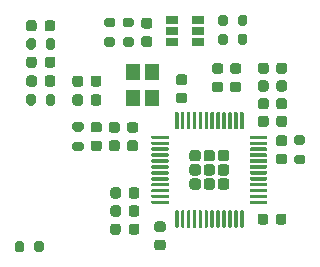
<source format=gtp>
G04 #@! TF.GenerationSoftware,KiCad,Pcbnew,(5.1.8-0-10_14)*
G04 #@! TF.CreationDate,2021-07-18T19:29:47+09:00*
G04 #@! TF.ProjectId,ft2232_jtag_tap,66743232-3332-45f6-9a74-61675f746170,rev?*
G04 #@! TF.SameCoordinates,Original*
G04 #@! TF.FileFunction,Paste,Top*
G04 #@! TF.FilePolarity,Positive*
%FSLAX46Y46*%
G04 Gerber Fmt 4.6, Leading zero omitted, Abs format (unit mm)*
G04 Created by KiCad (PCBNEW (5.1.8-0-10_14)) date 2021-07-18 19:29:47*
%MOMM*%
%LPD*%
G01*
G04 APERTURE LIST*
%ADD10R,1.060000X0.650000*%
%ADD11R,1.200000X1.400000*%
G04 APERTURE END LIST*
G36*
G01*
X63747000Y-103765000D02*
X64297000Y-103765000D01*
G75*
G02*
X64497000Y-103965000I0J-200000D01*
G01*
X64497000Y-104365000D01*
G75*
G02*
X64297000Y-104565000I-200000J0D01*
G01*
X63747000Y-104565000D01*
G75*
G02*
X63547000Y-104365000I0J200000D01*
G01*
X63547000Y-103965000D01*
G75*
G02*
X63747000Y-103765000I200000J0D01*
G01*
G37*
G36*
G01*
X63747000Y-102115000D02*
X64297000Y-102115000D01*
G75*
G02*
X64497000Y-102315000I0J-200000D01*
G01*
X64497000Y-102715000D01*
G75*
G02*
X64297000Y-102915000I-200000J0D01*
G01*
X63747000Y-102915000D01*
G75*
G02*
X63547000Y-102715000I0J200000D01*
G01*
X63547000Y-102315000D01*
G75*
G02*
X63747000Y-102115000I200000J0D01*
G01*
G37*
G36*
G01*
X65327000Y-103765000D02*
X65877000Y-103765000D01*
G75*
G02*
X66077000Y-103965000I0J-200000D01*
G01*
X66077000Y-104365000D01*
G75*
G02*
X65877000Y-104565000I-200000J0D01*
G01*
X65327000Y-104565000D01*
G75*
G02*
X65127000Y-104365000I0J200000D01*
G01*
X65127000Y-103965000D01*
G75*
G02*
X65327000Y-103765000I200000J0D01*
G01*
G37*
G36*
G01*
X65327000Y-102115000D02*
X65877000Y-102115000D01*
G75*
G02*
X66077000Y-102315000I0J-200000D01*
G01*
X66077000Y-102715000D01*
G75*
G02*
X65877000Y-102915000I-200000J0D01*
G01*
X65327000Y-102915000D01*
G75*
G02*
X65127000Y-102715000I0J200000D01*
G01*
X65127000Y-102315000D01*
G75*
G02*
X65327000Y-102115000I200000J0D01*
G01*
G37*
G36*
G01*
X67410000Y-104575000D02*
X66910000Y-104575000D01*
G75*
G02*
X66685000Y-104350000I0J225000D01*
G01*
X66685000Y-103900000D01*
G75*
G02*
X66910000Y-103675000I225000J0D01*
G01*
X67410000Y-103675000D01*
G75*
G02*
X67635000Y-103900000I0J-225000D01*
G01*
X67635000Y-104350000D01*
G75*
G02*
X67410000Y-104575000I-225000J0D01*
G01*
G37*
G36*
G01*
X67410000Y-103025000D02*
X66910000Y-103025000D01*
G75*
G02*
X66685000Y-102800000I0J225000D01*
G01*
X66685000Y-102350000D01*
G75*
G02*
X66910000Y-102125000I225000J0D01*
G01*
X67410000Y-102125000D01*
G75*
G02*
X67635000Y-102350000I0J-225000D01*
G01*
X67635000Y-102800000D01*
G75*
G02*
X67410000Y-103025000I-225000J0D01*
G01*
G37*
G36*
G01*
X57820000Y-102533750D02*
X57820000Y-103046250D01*
G75*
G02*
X57601250Y-103265000I-218750J0D01*
G01*
X57163750Y-103265000D01*
G75*
G02*
X56945000Y-103046250I0J218750D01*
G01*
X56945000Y-102533750D01*
G75*
G02*
X57163750Y-102315000I218750J0D01*
G01*
X57601250Y-102315000D01*
G75*
G02*
X57820000Y-102533750I0J-218750D01*
G01*
G37*
G36*
G01*
X59395000Y-102533750D02*
X59395000Y-103046250D01*
G75*
G02*
X59176250Y-103265000I-218750J0D01*
G01*
X58738750Y-103265000D01*
G75*
G02*
X58520000Y-103046250I0J218750D01*
G01*
X58520000Y-102533750D01*
G75*
G02*
X58738750Y-102315000I218750J0D01*
G01*
X59176250Y-102315000D01*
G75*
G02*
X59395000Y-102533750I0J-218750D01*
G01*
G37*
D10*
X69310000Y-103240000D03*
X69310000Y-104190000D03*
X69310000Y-102290000D03*
X71510000Y-102290000D03*
X71510000Y-103240000D03*
X71510000Y-104190000D03*
D11*
X67570000Y-106720000D03*
X67570000Y-108920000D03*
X65970000Y-108920000D03*
X65970000Y-106720000D03*
G36*
G01*
X73165000Y-116432500D02*
X73165000Y-115947500D01*
G75*
G02*
X73407500Y-115705000I242500J0D01*
G01*
X73892500Y-115705000D01*
G75*
G02*
X74135000Y-115947500I0J-242500D01*
G01*
X74135000Y-116432500D01*
G75*
G02*
X73892500Y-116675000I-242500J0D01*
G01*
X73407500Y-116675000D01*
G75*
G02*
X73165000Y-116432500I0J242500D01*
G01*
G37*
G36*
G01*
X73165000Y-115232500D02*
X73165000Y-114747500D01*
G75*
G02*
X73407500Y-114505000I242500J0D01*
G01*
X73892500Y-114505000D01*
G75*
G02*
X74135000Y-114747500I0J-242500D01*
G01*
X74135000Y-115232500D01*
G75*
G02*
X73892500Y-115475000I-242500J0D01*
G01*
X73407500Y-115475000D01*
G75*
G02*
X73165000Y-115232500I0J242500D01*
G01*
G37*
G36*
G01*
X73165000Y-114032500D02*
X73165000Y-113547500D01*
G75*
G02*
X73407500Y-113305000I242500J0D01*
G01*
X73892500Y-113305000D01*
G75*
G02*
X74135000Y-113547500I0J-242500D01*
G01*
X74135000Y-114032500D01*
G75*
G02*
X73892500Y-114275000I-242500J0D01*
G01*
X73407500Y-114275000D01*
G75*
G02*
X73165000Y-114032500I0J242500D01*
G01*
G37*
G36*
G01*
X71965000Y-116432500D02*
X71965000Y-115947500D01*
G75*
G02*
X72207500Y-115705000I242500J0D01*
G01*
X72692500Y-115705000D01*
G75*
G02*
X72935000Y-115947500I0J-242500D01*
G01*
X72935000Y-116432500D01*
G75*
G02*
X72692500Y-116675000I-242500J0D01*
G01*
X72207500Y-116675000D01*
G75*
G02*
X71965000Y-116432500I0J242500D01*
G01*
G37*
G36*
G01*
X71965000Y-115232500D02*
X71965000Y-114747500D01*
G75*
G02*
X72207500Y-114505000I242500J0D01*
G01*
X72692500Y-114505000D01*
G75*
G02*
X72935000Y-114747500I0J-242500D01*
G01*
X72935000Y-115232500D01*
G75*
G02*
X72692500Y-115475000I-242500J0D01*
G01*
X72207500Y-115475000D01*
G75*
G02*
X71965000Y-115232500I0J242500D01*
G01*
G37*
G36*
G01*
X71965000Y-114032500D02*
X71965000Y-113547500D01*
G75*
G02*
X72207500Y-113305000I242500J0D01*
G01*
X72692500Y-113305000D01*
G75*
G02*
X72935000Y-113547500I0J-242500D01*
G01*
X72935000Y-114032500D01*
G75*
G02*
X72692500Y-114275000I-242500J0D01*
G01*
X72207500Y-114275000D01*
G75*
G02*
X71965000Y-114032500I0J242500D01*
G01*
G37*
G36*
G01*
X70765000Y-116432500D02*
X70765000Y-115947500D01*
G75*
G02*
X71007500Y-115705000I242500J0D01*
G01*
X71492500Y-115705000D01*
G75*
G02*
X71735000Y-115947500I0J-242500D01*
G01*
X71735000Y-116432500D01*
G75*
G02*
X71492500Y-116675000I-242500J0D01*
G01*
X71007500Y-116675000D01*
G75*
G02*
X70765000Y-116432500I0J242500D01*
G01*
G37*
G36*
G01*
X70765000Y-115232500D02*
X70765000Y-114747500D01*
G75*
G02*
X71007500Y-114505000I242500J0D01*
G01*
X71492500Y-114505000D01*
G75*
G02*
X71735000Y-114747500I0J-242500D01*
G01*
X71735000Y-115232500D01*
G75*
G02*
X71492500Y-115475000I-242500J0D01*
G01*
X71007500Y-115475000D01*
G75*
G02*
X70765000Y-115232500I0J242500D01*
G01*
G37*
G36*
G01*
X70765000Y-114032500D02*
X70765000Y-113547500D01*
G75*
G02*
X71007500Y-113305000I242500J0D01*
G01*
X71492500Y-113305000D01*
G75*
G02*
X71735000Y-113547500I0J-242500D01*
G01*
X71735000Y-114032500D01*
G75*
G02*
X71492500Y-114275000I-242500J0D01*
G01*
X71007500Y-114275000D01*
G75*
G02*
X70765000Y-114032500I0J242500D01*
G01*
G37*
G36*
G01*
X69550000Y-111490000D02*
X69550000Y-110165000D01*
G75*
G02*
X69625000Y-110090000I75000J0D01*
G01*
X69775000Y-110090000D01*
G75*
G02*
X69850000Y-110165000I0J-75000D01*
G01*
X69850000Y-111490000D01*
G75*
G02*
X69775000Y-111565000I-75000J0D01*
G01*
X69625000Y-111565000D01*
G75*
G02*
X69550000Y-111490000I0J75000D01*
G01*
G37*
G36*
G01*
X70050000Y-111490000D02*
X70050000Y-110165000D01*
G75*
G02*
X70125000Y-110090000I75000J0D01*
G01*
X70275000Y-110090000D01*
G75*
G02*
X70350000Y-110165000I0J-75000D01*
G01*
X70350000Y-111490000D01*
G75*
G02*
X70275000Y-111565000I-75000J0D01*
G01*
X70125000Y-111565000D01*
G75*
G02*
X70050000Y-111490000I0J75000D01*
G01*
G37*
G36*
G01*
X70550000Y-111490000D02*
X70550000Y-110165000D01*
G75*
G02*
X70625000Y-110090000I75000J0D01*
G01*
X70775000Y-110090000D01*
G75*
G02*
X70850000Y-110165000I0J-75000D01*
G01*
X70850000Y-111490000D01*
G75*
G02*
X70775000Y-111565000I-75000J0D01*
G01*
X70625000Y-111565000D01*
G75*
G02*
X70550000Y-111490000I0J75000D01*
G01*
G37*
G36*
G01*
X71050000Y-111490000D02*
X71050000Y-110165000D01*
G75*
G02*
X71125000Y-110090000I75000J0D01*
G01*
X71275000Y-110090000D01*
G75*
G02*
X71350000Y-110165000I0J-75000D01*
G01*
X71350000Y-111490000D01*
G75*
G02*
X71275000Y-111565000I-75000J0D01*
G01*
X71125000Y-111565000D01*
G75*
G02*
X71050000Y-111490000I0J75000D01*
G01*
G37*
G36*
G01*
X71550000Y-111490000D02*
X71550000Y-110165000D01*
G75*
G02*
X71625000Y-110090000I75000J0D01*
G01*
X71775000Y-110090000D01*
G75*
G02*
X71850000Y-110165000I0J-75000D01*
G01*
X71850000Y-111490000D01*
G75*
G02*
X71775000Y-111565000I-75000J0D01*
G01*
X71625000Y-111565000D01*
G75*
G02*
X71550000Y-111490000I0J75000D01*
G01*
G37*
G36*
G01*
X72050000Y-111490000D02*
X72050000Y-110165000D01*
G75*
G02*
X72125000Y-110090000I75000J0D01*
G01*
X72275000Y-110090000D01*
G75*
G02*
X72350000Y-110165000I0J-75000D01*
G01*
X72350000Y-111490000D01*
G75*
G02*
X72275000Y-111565000I-75000J0D01*
G01*
X72125000Y-111565000D01*
G75*
G02*
X72050000Y-111490000I0J75000D01*
G01*
G37*
G36*
G01*
X72550000Y-111490000D02*
X72550000Y-110165000D01*
G75*
G02*
X72625000Y-110090000I75000J0D01*
G01*
X72775000Y-110090000D01*
G75*
G02*
X72850000Y-110165000I0J-75000D01*
G01*
X72850000Y-111490000D01*
G75*
G02*
X72775000Y-111565000I-75000J0D01*
G01*
X72625000Y-111565000D01*
G75*
G02*
X72550000Y-111490000I0J75000D01*
G01*
G37*
G36*
G01*
X73050000Y-111490000D02*
X73050000Y-110165000D01*
G75*
G02*
X73125000Y-110090000I75000J0D01*
G01*
X73275000Y-110090000D01*
G75*
G02*
X73350000Y-110165000I0J-75000D01*
G01*
X73350000Y-111490000D01*
G75*
G02*
X73275000Y-111565000I-75000J0D01*
G01*
X73125000Y-111565000D01*
G75*
G02*
X73050000Y-111490000I0J75000D01*
G01*
G37*
G36*
G01*
X73550000Y-111490000D02*
X73550000Y-110165000D01*
G75*
G02*
X73625000Y-110090000I75000J0D01*
G01*
X73775000Y-110090000D01*
G75*
G02*
X73850000Y-110165000I0J-75000D01*
G01*
X73850000Y-111490000D01*
G75*
G02*
X73775000Y-111565000I-75000J0D01*
G01*
X73625000Y-111565000D01*
G75*
G02*
X73550000Y-111490000I0J75000D01*
G01*
G37*
G36*
G01*
X74050000Y-111490000D02*
X74050000Y-110165000D01*
G75*
G02*
X74125000Y-110090000I75000J0D01*
G01*
X74275000Y-110090000D01*
G75*
G02*
X74350000Y-110165000I0J-75000D01*
G01*
X74350000Y-111490000D01*
G75*
G02*
X74275000Y-111565000I-75000J0D01*
G01*
X74125000Y-111565000D01*
G75*
G02*
X74050000Y-111490000I0J75000D01*
G01*
G37*
G36*
G01*
X74550000Y-111490000D02*
X74550000Y-110165000D01*
G75*
G02*
X74625000Y-110090000I75000J0D01*
G01*
X74775000Y-110090000D01*
G75*
G02*
X74850000Y-110165000I0J-75000D01*
G01*
X74850000Y-111490000D01*
G75*
G02*
X74775000Y-111565000I-75000J0D01*
G01*
X74625000Y-111565000D01*
G75*
G02*
X74550000Y-111490000I0J75000D01*
G01*
G37*
G36*
G01*
X75050000Y-111490000D02*
X75050000Y-110165000D01*
G75*
G02*
X75125000Y-110090000I75000J0D01*
G01*
X75275000Y-110090000D01*
G75*
G02*
X75350000Y-110165000I0J-75000D01*
G01*
X75350000Y-111490000D01*
G75*
G02*
X75275000Y-111565000I-75000J0D01*
G01*
X75125000Y-111565000D01*
G75*
G02*
X75050000Y-111490000I0J75000D01*
G01*
G37*
G36*
G01*
X75875000Y-112315000D02*
X75875000Y-112165000D01*
G75*
G02*
X75950000Y-112090000I75000J0D01*
G01*
X77275000Y-112090000D01*
G75*
G02*
X77350000Y-112165000I0J-75000D01*
G01*
X77350000Y-112315000D01*
G75*
G02*
X77275000Y-112390000I-75000J0D01*
G01*
X75950000Y-112390000D01*
G75*
G02*
X75875000Y-112315000I0J75000D01*
G01*
G37*
G36*
G01*
X75875000Y-112815000D02*
X75875000Y-112665000D01*
G75*
G02*
X75950000Y-112590000I75000J0D01*
G01*
X77275000Y-112590000D01*
G75*
G02*
X77350000Y-112665000I0J-75000D01*
G01*
X77350000Y-112815000D01*
G75*
G02*
X77275000Y-112890000I-75000J0D01*
G01*
X75950000Y-112890000D01*
G75*
G02*
X75875000Y-112815000I0J75000D01*
G01*
G37*
G36*
G01*
X75875000Y-113315000D02*
X75875000Y-113165000D01*
G75*
G02*
X75950000Y-113090000I75000J0D01*
G01*
X77275000Y-113090000D01*
G75*
G02*
X77350000Y-113165000I0J-75000D01*
G01*
X77350000Y-113315000D01*
G75*
G02*
X77275000Y-113390000I-75000J0D01*
G01*
X75950000Y-113390000D01*
G75*
G02*
X75875000Y-113315000I0J75000D01*
G01*
G37*
G36*
G01*
X75875000Y-113815000D02*
X75875000Y-113665000D01*
G75*
G02*
X75950000Y-113590000I75000J0D01*
G01*
X77275000Y-113590000D01*
G75*
G02*
X77350000Y-113665000I0J-75000D01*
G01*
X77350000Y-113815000D01*
G75*
G02*
X77275000Y-113890000I-75000J0D01*
G01*
X75950000Y-113890000D01*
G75*
G02*
X75875000Y-113815000I0J75000D01*
G01*
G37*
G36*
G01*
X75875000Y-114315000D02*
X75875000Y-114165000D01*
G75*
G02*
X75950000Y-114090000I75000J0D01*
G01*
X77275000Y-114090000D01*
G75*
G02*
X77350000Y-114165000I0J-75000D01*
G01*
X77350000Y-114315000D01*
G75*
G02*
X77275000Y-114390000I-75000J0D01*
G01*
X75950000Y-114390000D01*
G75*
G02*
X75875000Y-114315000I0J75000D01*
G01*
G37*
G36*
G01*
X75875000Y-114815000D02*
X75875000Y-114665000D01*
G75*
G02*
X75950000Y-114590000I75000J0D01*
G01*
X77275000Y-114590000D01*
G75*
G02*
X77350000Y-114665000I0J-75000D01*
G01*
X77350000Y-114815000D01*
G75*
G02*
X77275000Y-114890000I-75000J0D01*
G01*
X75950000Y-114890000D01*
G75*
G02*
X75875000Y-114815000I0J75000D01*
G01*
G37*
G36*
G01*
X75875000Y-115315000D02*
X75875000Y-115165000D01*
G75*
G02*
X75950000Y-115090000I75000J0D01*
G01*
X77275000Y-115090000D01*
G75*
G02*
X77350000Y-115165000I0J-75000D01*
G01*
X77350000Y-115315000D01*
G75*
G02*
X77275000Y-115390000I-75000J0D01*
G01*
X75950000Y-115390000D01*
G75*
G02*
X75875000Y-115315000I0J75000D01*
G01*
G37*
G36*
G01*
X75875000Y-115815000D02*
X75875000Y-115665000D01*
G75*
G02*
X75950000Y-115590000I75000J0D01*
G01*
X77275000Y-115590000D01*
G75*
G02*
X77350000Y-115665000I0J-75000D01*
G01*
X77350000Y-115815000D01*
G75*
G02*
X77275000Y-115890000I-75000J0D01*
G01*
X75950000Y-115890000D01*
G75*
G02*
X75875000Y-115815000I0J75000D01*
G01*
G37*
G36*
G01*
X75875000Y-116315000D02*
X75875000Y-116165000D01*
G75*
G02*
X75950000Y-116090000I75000J0D01*
G01*
X77275000Y-116090000D01*
G75*
G02*
X77350000Y-116165000I0J-75000D01*
G01*
X77350000Y-116315000D01*
G75*
G02*
X77275000Y-116390000I-75000J0D01*
G01*
X75950000Y-116390000D01*
G75*
G02*
X75875000Y-116315000I0J75000D01*
G01*
G37*
G36*
G01*
X75875000Y-116815000D02*
X75875000Y-116665000D01*
G75*
G02*
X75950000Y-116590000I75000J0D01*
G01*
X77275000Y-116590000D01*
G75*
G02*
X77350000Y-116665000I0J-75000D01*
G01*
X77350000Y-116815000D01*
G75*
G02*
X77275000Y-116890000I-75000J0D01*
G01*
X75950000Y-116890000D01*
G75*
G02*
X75875000Y-116815000I0J75000D01*
G01*
G37*
G36*
G01*
X75875000Y-117315000D02*
X75875000Y-117165000D01*
G75*
G02*
X75950000Y-117090000I75000J0D01*
G01*
X77275000Y-117090000D01*
G75*
G02*
X77350000Y-117165000I0J-75000D01*
G01*
X77350000Y-117315000D01*
G75*
G02*
X77275000Y-117390000I-75000J0D01*
G01*
X75950000Y-117390000D01*
G75*
G02*
X75875000Y-117315000I0J75000D01*
G01*
G37*
G36*
G01*
X75875000Y-117815000D02*
X75875000Y-117665000D01*
G75*
G02*
X75950000Y-117590000I75000J0D01*
G01*
X77275000Y-117590000D01*
G75*
G02*
X77350000Y-117665000I0J-75000D01*
G01*
X77350000Y-117815000D01*
G75*
G02*
X77275000Y-117890000I-75000J0D01*
G01*
X75950000Y-117890000D01*
G75*
G02*
X75875000Y-117815000I0J75000D01*
G01*
G37*
G36*
G01*
X75050000Y-119815000D02*
X75050000Y-118490000D01*
G75*
G02*
X75125000Y-118415000I75000J0D01*
G01*
X75275000Y-118415000D01*
G75*
G02*
X75350000Y-118490000I0J-75000D01*
G01*
X75350000Y-119815000D01*
G75*
G02*
X75275000Y-119890000I-75000J0D01*
G01*
X75125000Y-119890000D01*
G75*
G02*
X75050000Y-119815000I0J75000D01*
G01*
G37*
G36*
G01*
X74550000Y-119815000D02*
X74550000Y-118490000D01*
G75*
G02*
X74625000Y-118415000I75000J0D01*
G01*
X74775000Y-118415000D01*
G75*
G02*
X74850000Y-118490000I0J-75000D01*
G01*
X74850000Y-119815000D01*
G75*
G02*
X74775000Y-119890000I-75000J0D01*
G01*
X74625000Y-119890000D01*
G75*
G02*
X74550000Y-119815000I0J75000D01*
G01*
G37*
G36*
G01*
X74050000Y-119815000D02*
X74050000Y-118490000D01*
G75*
G02*
X74125000Y-118415000I75000J0D01*
G01*
X74275000Y-118415000D01*
G75*
G02*
X74350000Y-118490000I0J-75000D01*
G01*
X74350000Y-119815000D01*
G75*
G02*
X74275000Y-119890000I-75000J0D01*
G01*
X74125000Y-119890000D01*
G75*
G02*
X74050000Y-119815000I0J75000D01*
G01*
G37*
G36*
G01*
X73550000Y-119815000D02*
X73550000Y-118490000D01*
G75*
G02*
X73625000Y-118415000I75000J0D01*
G01*
X73775000Y-118415000D01*
G75*
G02*
X73850000Y-118490000I0J-75000D01*
G01*
X73850000Y-119815000D01*
G75*
G02*
X73775000Y-119890000I-75000J0D01*
G01*
X73625000Y-119890000D01*
G75*
G02*
X73550000Y-119815000I0J75000D01*
G01*
G37*
G36*
G01*
X73050000Y-119815000D02*
X73050000Y-118490000D01*
G75*
G02*
X73125000Y-118415000I75000J0D01*
G01*
X73275000Y-118415000D01*
G75*
G02*
X73350000Y-118490000I0J-75000D01*
G01*
X73350000Y-119815000D01*
G75*
G02*
X73275000Y-119890000I-75000J0D01*
G01*
X73125000Y-119890000D01*
G75*
G02*
X73050000Y-119815000I0J75000D01*
G01*
G37*
G36*
G01*
X72550000Y-119815000D02*
X72550000Y-118490000D01*
G75*
G02*
X72625000Y-118415000I75000J0D01*
G01*
X72775000Y-118415000D01*
G75*
G02*
X72850000Y-118490000I0J-75000D01*
G01*
X72850000Y-119815000D01*
G75*
G02*
X72775000Y-119890000I-75000J0D01*
G01*
X72625000Y-119890000D01*
G75*
G02*
X72550000Y-119815000I0J75000D01*
G01*
G37*
G36*
G01*
X72050000Y-119815000D02*
X72050000Y-118490000D01*
G75*
G02*
X72125000Y-118415000I75000J0D01*
G01*
X72275000Y-118415000D01*
G75*
G02*
X72350000Y-118490000I0J-75000D01*
G01*
X72350000Y-119815000D01*
G75*
G02*
X72275000Y-119890000I-75000J0D01*
G01*
X72125000Y-119890000D01*
G75*
G02*
X72050000Y-119815000I0J75000D01*
G01*
G37*
G36*
G01*
X71550000Y-119815000D02*
X71550000Y-118490000D01*
G75*
G02*
X71625000Y-118415000I75000J0D01*
G01*
X71775000Y-118415000D01*
G75*
G02*
X71850000Y-118490000I0J-75000D01*
G01*
X71850000Y-119815000D01*
G75*
G02*
X71775000Y-119890000I-75000J0D01*
G01*
X71625000Y-119890000D01*
G75*
G02*
X71550000Y-119815000I0J75000D01*
G01*
G37*
G36*
G01*
X71050000Y-119815000D02*
X71050000Y-118490000D01*
G75*
G02*
X71125000Y-118415000I75000J0D01*
G01*
X71275000Y-118415000D01*
G75*
G02*
X71350000Y-118490000I0J-75000D01*
G01*
X71350000Y-119815000D01*
G75*
G02*
X71275000Y-119890000I-75000J0D01*
G01*
X71125000Y-119890000D01*
G75*
G02*
X71050000Y-119815000I0J75000D01*
G01*
G37*
G36*
G01*
X70550000Y-119815000D02*
X70550000Y-118490000D01*
G75*
G02*
X70625000Y-118415000I75000J0D01*
G01*
X70775000Y-118415000D01*
G75*
G02*
X70850000Y-118490000I0J-75000D01*
G01*
X70850000Y-119815000D01*
G75*
G02*
X70775000Y-119890000I-75000J0D01*
G01*
X70625000Y-119890000D01*
G75*
G02*
X70550000Y-119815000I0J75000D01*
G01*
G37*
G36*
G01*
X70050000Y-119815000D02*
X70050000Y-118490000D01*
G75*
G02*
X70125000Y-118415000I75000J0D01*
G01*
X70275000Y-118415000D01*
G75*
G02*
X70350000Y-118490000I0J-75000D01*
G01*
X70350000Y-119815000D01*
G75*
G02*
X70275000Y-119890000I-75000J0D01*
G01*
X70125000Y-119890000D01*
G75*
G02*
X70050000Y-119815000I0J75000D01*
G01*
G37*
G36*
G01*
X69550000Y-119815000D02*
X69550000Y-118490000D01*
G75*
G02*
X69625000Y-118415000I75000J0D01*
G01*
X69775000Y-118415000D01*
G75*
G02*
X69850000Y-118490000I0J-75000D01*
G01*
X69850000Y-119815000D01*
G75*
G02*
X69775000Y-119890000I-75000J0D01*
G01*
X69625000Y-119890000D01*
G75*
G02*
X69550000Y-119815000I0J75000D01*
G01*
G37*
G36*
G01*
X67550000Y-117815000D02*
X67550000Y-117665000D01*
G75*
G02*
X67625000Y-117590000I75000J0D01*
G01*
X68950000Y-117590000D01*
G75*
G02*
X69025000Y-117665000I0J-75000D01*
G01*
X69025000Y-117815000D01*
G75*
G02*
X68950000Y-117890000I-75000J0D01*
G01*
X67625000Y-117890000D01*
G75*
G02*
X67550000Y-117815000I0J75000D01*
G01*
G37*
G36*
G01*
X67550000Y-117315000D02*
X67550000Y-117165000D01*
G75*
G02*
X67625000Y-117090000I75000J0D01*
G01*
X68950000Y-117090000D01*
G75*
G02*
X69025000Y-117165000I0J-75000D01*
G01*
X69025000Y-117315000D01*
G75*
G02*
X68950000Y-117390000I-75000J0D01*
G01*
X67625000Y-117390000D01*
G75*
G02*
X67550000Y-117315000I0J75000D01*
G01*
G37*
G36*
G01*
X67550000Y-116815000D02*
X67550000Y-116665000D01*
G75*
G02*
X67625000Y-116590000I75000J0D01*
G01*
X68950000Y-116590000D01*
G75*
G02*
X69025000Y-116665000I0J-75000D01*
G01*
X69025000Y-116815000D01*
G75*
G02*
X68950000Y-116890000I-75000J0D01*
G01*
X67625000Y-116890000D01*
G75*
G02*
X67550000Y-116815000I0J75000D01*
G01*
G37*
G36*
G01*
X67550000Y-116315000D02*
X67550000Y-116165000D01*
G75*
G02*
X67625000Y-116090000I75000J0D01*
G01*
X68950000Y-116090000D01*
G75*
G02*
X69025000Y-116165000I0J-75000D01*
G01*
X69025000Y-116315000D01*
G75*
G02*
X68950000Y-116390000I-75000J0D01*
G01*
X67625000Y-116390000D01*
G75*
G02*
X67550000Y-116315000I0J75000D01*
G01*
G37*
G36*
G01*
X67550000Y-115815000D02*
X67550000Y-115665000D01*
G75*
G02*
X67625000Y-115590000I75000J0D01*
G01*
X68950000Y-115590000D01*
G75*
G02*
X69025000Y-115665000I0J-75000D01*
G01*
X69025000Y-115815000D01*
G75*
G02*
X68950000Y-115890000I-75000J0D01*
G01*
X67625000Y-115890000D01*
G75*
G02*
X67550000Y-115815000I0J75000D01*
G01*
G37*
G36*
G01*
X67550000Y-115315000D02*
X67550000Y-115165000D01*
G75*
G02*
X67625000Y-115090000I75000J0D01*
G01*
X68950000Y-115090000D01*
G75*
G02*
X69025000Y-115165000I0J-75000D01*
G01*
X69025000Y-115315000D01*
G75*
G02*
X68950000Y-115390000I-75000J0D01*
G01*
X67625000Y-115390000D01*
G75*
G02*
X67550000Y-115315000I0J75000D01*
G01*
G37*
G36*
G01*
X67550000Y-114815000D02*
X67550000Y-114665000D01*
G75*
G02*
X67625000Y-114590000I75000J0D01*
G01*
X68950000Y-114590000D01*
G75*
G02*
X69025000Y-114665000I0J-75000D01*
G01*
X69025000Y-114815000D01*
G75*
G02*
X68950000Y-114890000I-75000J0D01*
G01*
X67625000Y-114890000D01*
G75*
G02*
X67550000Y-114815000I0J75000D01*
G01*
G37*
G36*
G01*
X67550000Y-114315000D02*
X67550000Y-114165000D01*
G75*
G02*
X67625000Y-114090000I75000J0D01*
G01*
X68950000Y-114090000D01*
G75*
G02*
X69025000Y-114165000I0J-75000D01*
G01*
X69025000Y-114315000D01*
G75*
G02*
X68950000Y-114390000I-75000J0D01*
G01*
X67625000Y-114390000D01*
G75*
G02*
X67550000Y-114315000I0J75000D01*
G01*
G37*
G36*
G01*
X67550000Y-113815000D02*
X67550000Y-113665000D01*
G75*
G02*
X67625000Y-113590000I75000J0D01*
G01*
X68950000Y-113590000D01*
G75*
G02*
X69025000Y-113665000I0J-75000D01*
G01*
X69025000Y-113815000D01*
G75*
G02*
X68950000Y-113890000I-75000J0D01*
G01*
X67625000Y-113890000D01*
G75*
G02*
X67550000Y-113815000I0J75000D01*
G01*
G37*
G36*
G01*
X67550000Y-113315000D02*
X67550000Y-113165000D01*
G75*
G02*
X67625000Y-113090000I75000J0D01*
G01*
X68950000Y-113090000D01*
G75*
G02*
X69025000Y-113165000I0J-75000D01*
G01*
X69025000Y-113315000D01*
G75*
G02*
X68950000Y-113390000I-75000J0D01*
G01*
X67625000Y-113390000D01*
G75*
G02*
X67550000Y-113315000I0J75000D01*
G01*
G37*
G36*
G01*
X67550000Y-112815000D02*
X67550000Y-112665000D01*
G75*
G02*
X67625000Y-112590000I75000J0D01*
G01*
X68950000Y-112590000D01*
G75*
G02*
X69025000Y-112665000I0J-75000D01*
G01*
X69025000Y-112815000D01*
G75*
G02*
X68950000Y-112890000I-75000J0D01*
G01*
X67625000Y-112890000D01*
G75*
G02*
X67550000Y-112815000I0J75000D01*
G01*
G37*
G36*
G01*
X67550000Y-112315000D02*
X67550000Y-112165000D01*
G75*
G02*
X67625000Y-112090000I75000J0D01*
G01*
X68950000Y-112090000D01*
G75*
G02*
X69025000Y-112165000I0J-75000D01*
G01*
X69025000Y-112315000D01*
G75*
G02*
X68950000Y-112390000I-75000J0D01*
G01*
X67625000Y-112390000D01*
G75*
G02*
X67550000Y-112315000I0J75000D01*
G01*
G37*
G36*
G01*
X58605000Y-104605000D02*
X58605000Y-104055000D01*
G75*
G02*
X58805000Y-103855000I200000J0D01*
G01*
X59205000Y-103855000D01*
G75*
G02*
X59405000Y-104055000I0J-200000D01*
G01*
X59405000Y-104605000D01*
G75*
G02*
X59205000Y-104805000I-200000J0D01*
G01*
X58805000Y-104805000D01*
G75*
G02*
X58605000Y-104605000I0J200000D01*
G01*
G37*
G36*
G01*
X56955000Y-104605000D02*
X56955000Y-104055000D01*
G75*
G02*
X57155000Y-103855000I200000J0D01*
G01*
X57555000Y-103855000D01*
G75*
G02*
X57755000Y-104055000I0J-200000D01*
G01*
X57755000Y-104605000D01*
G75*
G02*
X57555000Y-104805000I-200000J0D01*
G01*
X57155000Y-104805000D01*
G75*
G02*
X56955000Y-104605000I0J200000D01*
G01*
G37*
G36*
G01*
X61065000Y-112595000D02*
X61615000Y-112595000D01*
G75*
G02*
X61815000Y-112795000I0J-200000D01*
G01*
X61815000Y-113195000D01*
G75*
G02*
X61615000Y-113395000I-200000J0D01*
G01*
X61065000Y-113395000D01*
G75*
G02*
X60865000Y-113195000I0J200000D01*
G01*
X60865000Y-112795000D01*
G75*
G02*
X61065000Y-112595000I200000J0D01*
G01*
G37*
G36*
G01*
X61065000Y-110945000D02*
X61615000Y-110945000D01*
G75*
G02*
X61815000Y-111145000I0J-200000D01*
G01*
X61815000Y-111545000D01*
G75*
G02*
X61615000Y-111745000I-200000J0D01*
G01*
X61065000Y-111745000D01*
G75*
G02*
X60865000Y-111545000I0J200000D01*
G01*
X60865000Y-111145000D01*
G75*
G02*
X61065000Y-110945000I200000J0D01*
G01*
G37*
G36*
G01*
X80385000Y-112875000D02*
X79835000Y-112875000D01*
G75*
G02*
X79635000Y-112675000I0J200000D01*
G01*
X79635000Y-112275000D01*
G75*
G02*
X79835000Y-112075000I200000J0D01*
G01*
X80385000Y-112075000D01*
G75*
G02*
X80585000Y-112275000I0J-200000D01*
G01*
X80585000Y-112675000D01*
G75*
G02*
X80385000Y-112875000I-200000J0D01*
G01*
G37*
G36*
G01*
X80385000Y-114525000D02*
X79835000Y-114525000D01*
G75*
G02*
X79635000Y-114325000I0J200000D01*
G01*
X79635000Y-113925000D01*
G75*
G02*
X79835000Y-113725000I200000J0D01*
G01*
X80385000Y-113725000D01*
G75*
G02*
X80585000Y-113925000I0J-200000D01*
G01*
X80585000Y-114325000D01*
G75*
G02*
X80385000Y-114525000I-200000J0D01*
G01*
G37*
G36*
G01*
X74025000Y-102055000D02*
X74025000Y-102605000D01*
G75*
G02*
X73825000Y-102805000I-200000J0D01*
G01*
X73425000Y-102805000D01*
G75*
G02*
X73225000Y-102605000I0J200000D01*
G01*
X73225000Y-102055000D01*
G75*
G02*
X73425000Y-101855000I200000J0D01*
G01*
X73825000Y-101855000D01*
G75*
G02*
X74025000Y-102055000I0J-200000D01*
G01*
G37*
G36*
G01*
X75675000Y-102055000D02*
X75675000Y-102605000D01*
G75*
G02*
X75475000Y-102805000I-200000J0D01*
G01*
X75075000Y-102805000D01*
G75*
G02*
X74875000Y-102605000I0J200000D01*
G01*
X74875000Y-102055000D01*
G75*
G02*
X75075000Y-101855000I200000J0D01*
G01*
X75475000Y-101855000D01*
G75*
G02*
X75675000Y-102055000I0J-200000D01*
G01*
G37*
G36*
G01*
X74875000Y-104205000D02*
X74875000Y-103655000D01*
G75*
G02*
X75075000Y-103455000I200000J0D01*
G01*
X75475000Y-103455000D01*
G75*
G02*
X75675000Y-103655000I0J-200000D01*
G01*
X75675000Y-104205000D01*
G75*
G02*
X75475000Y-104405000I-200000J0D01*
G01*
X75075000Y-104405000D01*
G75*
G02*
X74875000Y-104205000I0J200000D01*
G01*
G37*
G36*
G01*
X73225000Y-104205000D02*
X73225000Y-103655000D01*
G75*
G02*
X73425000Y-103455000I200000J0D01*
G01*
X73825000Y-103455000D01*
G75*
G02*
X74025000Y-103655000I0J-200000D01*
G01*
X74025000Y-104205000D01*
G75*
G02*
X73825000Y-104405000I-200000J0D01*
G01*
X73425000Y-104405000D01*
G75*
G02*
X73225000Y-104205000I0J200000D01*
G01*
G37*
G36*
G01*
X56775000Y-121225000D02*
X56775000Y-121775000D01*
G75*
G02*
X56575000Y-121975000I-200000J0D01*
G01*
X56175000Y-121975000D01*
G75*
G02*
X55975000Y-121775000I0J200000D01*
G01*
X55975000Y-121225000D01*
G75*
G02*
X56175000Y-121025000I200000J0D01*
G01*
X56575000Y-121025000D01*
G75*
G02*
X56775000Y-121225000I0J-200000D01*
G01*
G37*
G36*
G01*
X58425000Y-121225000D02*
X58425000Y-121775000D01*
G75*
G02*
X58225000Y-121975000I-200000J0D01*
G01*
X57825000Y-121975000D01*
G75*
G02*
X57625000Y-121775000I0J200000D01*
G01*
X57625000Y-121225000D01*
G75*
G02*
X57825000Y-121025000I200000J0D01*
G01*
X58225000Y-121025000D01*
G75*
G02*
X58425000Y-121225000I0J-200000D01*
G01*
G37*
G36*
G01*
X57755000Y-108795000D02*
X57755000Y-109345000D01*
G75*
G02*
X57555000Y-109545000I-200000J0D01*
G01*
X57155000Y-109545000D01*
G75*
G02*
X56955000Y-109345000I0J200000D01*
G01*
X56955000Y-108795000D01*
G75*
G02*
X57155000Y-108595000I200000J0D01*
G01*
X57555000Y-108595000D01*
G75*
G02*
X57755000Y-108795000I0J-200000D01*
G01*
G37*
G36*
G01*
X59405000Y-108795000D02*
X59405000Y-109345000D01*
G75*
G02*
X59205000Y-109545000I-200000J0D01*
G01*
X58805000Y-109545000D01*
G75*
G02*
X58605000Y-109345000I0J200000D01*
G01*
X58605000Y-108795000D01*
G75*
G02*
X58805000Y-108595000I200000J0D01*
G01*
X59205000Y-108595000D01*
G75*
G02*
X59405000Y-108795000I0J-200000D01*
G01*
G37*
G36*
G01*
X64940000Y-119753750D02*
X64940000Y-120266250D01*
G75*
G02*
X64721250Y-120485000I-218750J0D01*
G01*
X64283750Y-120485000D01*
G75*
G02*
X64065000Y-120266250I0J218750D01*
G01*
X64065000Y-119753750D01*
G75*
G02*
X64283750Y-119535000I218750J0D01*
G01*
X64721250Y-119535000D01*
G75*
G02*
X64940000Y-119753750I0J-218750D01*
G01*
G37*
G36*
G01*
X66515000Y-119753750D02*
X66515000Y-120266250D01*
G75*
G02*
X66296250Y-120485000I-218750J0D01*
G01*
X65858750Y-120485000D01*
G75*
G02*
X65640000Y-120266250I0J218750D01*
G01*
X65640000Y-119753750D01*
G75*
G02*
X65858750Y-119535000I218750J0D01*
G01*
X66296250Y-119535000D01*
G75*
G02*
X66515000Y-119753750I0J-218750D01*
G01*
G37*
G36*
G01*
X63136250Y-111820000D02*
X62623750Y-111820000D01*
G75*
G02*
X62405000Y-111601250I0J218750D01*
G01*
X62405000Y-111163750D01*
G75*
G02*
X62623750Y-110945000I218750J0D01*
G01*
X63136250Y-110945000D01*
G75*
G02*
X63355000Y-111163750I0J-218750D01*
G01*
X63355000Y-111601250D01*
G75*
G02*
X63136250Y-111820000I-218750J0D01*
G01*
G37*
G36*
G01*
X63136250Y-113395000D02*
X62623750Y-113395000D01*
G75*
G02*
X62405000Y-113176250I0J218750D01*
G01*
X62405000Y-112738750D01*
G75*
G02*
X62623750Y-112520000I218750J0D01*
G01*
X63136250Y-112520000D01*
G75*
G02*
X63355000Y-112738750I0J-218750D01*
G01*
X63355000Y-113176250D01*
G75*
G02*
X63136250Y-113395000I-218750J0D01*
G01*
G37*
G36*
G01*
X57830000Y-105613750D02*
X57830000Y-106126250D01*
G75*
G02*
X57611250Y-106345000I-218750J0D01*
G01*
X57173750Y-106345000D01*
G75*
G02*
X56955000Y-106126250I0J218750D01*
G01*
X56955000Y-105613750D01*
G75*
G02*
X57173750Y-105395000I218750J0D01*
G01*
X57611250Y-105395000D01*
G75*
G02*
X57830000Y-105613750I0J-218750D01*
G01*
G37*
G36*
G01*
X59405000Y-105613750D02*
X59405000Y-106126250D01*
G75*
G02*
X59186250Y-106345000I-218750J0D01*
G01*
X58748750Y-106345000D01*
G75*
G02*
X58530000Y-106126250I0J218750D01*
G01*
X58530000Y-105613750D01*
G75*
G02*
X58748750Y-105395000I218750J0D01*
G01*
X59186250Y-105395000D01*
G75*
G02*
X59405000Y-105613750I0J-218750D01*
G01*
G37*
G36*
G01*
X64975000Y-116690000D02*
X64975000Y-117190000D01*
G75*
G02*
X64750000Y-117415000I-225000J0D01*
G01*
X64300000Y-117415000D01*
G75*
G02*
X64075000Y-117190000I0J225000D01*
G01*
X64075000Y-116690000D01*
G75*
G02*
X64300000Y-116465000I225000J0D01*
G01*
X64750000Y-116465000D01*
G75*
G02*
X64975000Y-116690000I0J-225000D01*
G01*
G37*
G36*
G01*
X66525000Y-116690000D02*
X66525000Y-117190000D01*
G75*
G02*
X66300000Y-117415000I-225000J0D01*
G01*
X65850000Y-117415000D01*
G75*
G02*
X65625000Y-117190000I0J225000D01*
G01*
X65625000Y-116690000D01*
G75*
G02*
X65850000Y-116465000I225000J0D01*
G01*
X66300000Y-116465000D01*
G75*
G02*
X66525000Y-116690000I0J-225000D01*
G01*
G37*
G36*
G01*
X64975000Y-118220000D02*
X64975000Y-118720000D01*
G75*
G02*
X64750000Y-118945000I-225000J0D01*
G01*
X64300000Y-118945000D01*
G75*
G02*
X64075000Y-118720000I0J225000D01*
G01*
X64075000Y-118220000D01*
G75*
G02*
X64300000Y-117995000I225000J0D01*
G01*
X64750000Y-117995000D01*
G75*
G02*
X64975000Y-118220000I0J-225000D01*
G01*
G37*
G36*
G01*
X66525000Y-118220000D02*
X66525000Y-118720000D01*
G75*
G02*
X66300000Y-118945000I-225000J0D01*
G01*
X65850000Y-118945000D01*
G75*
G02*
X65625000Y-118720000I0J225000D01*
G01*
X65625000Y-118220000D01*
G75*
G02*
X65850000Y-117995000I225000J0D01*
G01*
X66300000Y-117995000D01*
G75*
G02*
X66525000Y-118220000I0J-225000D01*
G01*
G37*
G36*
G01*
X78123000Y-111136000D02*
X78123000Y-110636000D01*
G75*
G02*
X78348000Y-110411000I225000J0D01*
G01*
X78798000Y-110411000D01*
G75*
G02*
X79023000Y-110636000I0J-225000D01*
G01*
X79023000Y-111136000D01*
G75*
G02*
X78798000Y-111361000I-225000J0D01*
G01*
X78348000Y-111361000D01*
G75*
G02*
X78123000Y-111136000I0J225000D01*
G01*
G37*
G36*
G01*
X76573000Y-111136000D02*
X76573000Y-110636000D01*
G75*
G02*
X76798000Y-110411000I225000J0D01*
G01*
X77248000Y-110411000D01*
G75*
G02*
X77473000Y-110636000I0J-225000D01*
G01*
X77473000Y-111136000D01*
G75*
G02*
X77248000Y-111361000I-225000J0D01*
G01*
X76798000Y-111361000D01*
G75*
G02*
X76573000Y-111136000I0J225000D01*
G01*
G37*
G36*
G01*
X68030000Y-120905000D02*
X68530000Y-120905000D01*
G75*
G02*
X68755000Y-121130000I0J-225000D01*
G01*
X68755000Y-121580000D01*
G75*
G02*
X68530000Y-121805000I-225000J0D01*
G01*
X68030000Y-121805000D01*
G75*
G02*
X67805000Y-121580000I0J225000D01*
G01*
X67805000Y-121130000D01*
G75*
G02*
X68030000Y-120905000I225000J0D01*
G01*
G37*
G36*
G01*
X68030000Y-119355000D02*
X68530000Y-119355000D01*
G75*
G02*
X68755000Y-119580000I0J-225000D01*
G01*
X68755000Y-120030000D01*
G75*
G02*
X68530000Y-120255000I-225000J0D01*
G01*
X68030000Y-120255000D01*
G75*
G02*
X67805000Y-120030000I0J225000D01*
G01*
X67805000Y-119580000D01*
G75*
G02*
X68030000Y-119355000I225000J0D01*
G01*
G37*
G36*
G01*
X78123000Y-106636000D02*
X78123000Y-106136000D01*
G75*
G02*
X78348000Y-105911000I225000J0D01*
G01*
X78798000Y-105911000D01*
G75*
G02*
X79023000Y-106136000I0J-225000D01*
G01*
X79023000Y-106636000D01*
G75*
G02*
X78798000Y-106861000I-225000J0D01*
G01*
X78348000Y-106861000D01*
G75*
G02*
X78123000Y-106636000I0J225000D01*
G01*
G37*
G36*
G01*
X76573000Y-106636000D02*
X76573000Y-106136000D01*
G75*
G02*
X76798000Y-105911000I225000J0D01*
G01*
X77248000Y-105911000D01*
G75*
G02*
X77473000Y-106136000I0J-225000D01*
G01*
X77473000Y-106636000D01*
G75*
G02*
X77248000Y-106861000I-225000J0D01*
G01*
X76798000Y-106861000D01*
G75*
G02*
X76573000Y-106636000I0J225000D01*
G01*
G37*
G36*
G01*
X78085000Y-119410000D02*
X78085000Y-118910000D01*
G75*
G02*
X78310000Y-118685000I225000J0D01*
G01*
X78760000Y-118685000D01*
G75*
G02*
X78985000Y-118910000I0J-225000D01*
G01*
X78985000Y-119410000D01*
G75*
G02*
X78760000Y-119635000I-225000J0D01*
G01*
X78310000Y-119635000D01*
G75*
G02*
X78085000Y-119410000I0J225000D01*
G01*
G37*
G36*
G01*
X76535000Y-119410000D02*
X76535000Y-118910000D01*
G75*
G02*
X76760000Y-118685000I225000J0D01*
G01*
X77210000Y-118685000D01*
G75*
G02*
X77435000Y-118910000I0J-225000D01*
G01*
X77435000Y-119410000D01*
G75*
G02*
X77210000Y-119635000I-225000J0D01*
G01*
X76760000Y-119635000D01*
G75*
G02*
X76535000Y-119410000I0J225000D01*
G01*
G37*
G36*
G01*
X66200000Y-111845000D02*
X65700000Y-111845000D01*
G75*
G02*
X65475000Y-111620000I0J225000D01*
G01*
X65475000Y-111170000D01*
G75*
G02*
X65700000Y-110945000I225000J0D01*
G01*
X66200000Y-110945000D01*
G75*
G02*
X66425000Y-111170000I0J-225000D01*
G01*
X66425000Y-111620000D01*
G75*
G02*
X66200000Y-111845000I-225000J0D01*
G01*
G37*
G36*
G01*
X66200000Y-113395000D02*
X65700000Y-113395000D01*
G75*
G02*
X65475000Y-113170000I0J225000D01*
G01*
X65475000Y-112720000D01*
G75*
G02*
X65700000Y-112495000I225000J0D01*
G01*
X66200000Y-112495000D01*
G75*
G02*
X66425000Y-112720000I0J-225000D01*
G01*
X66425000Y-113170000D01*
G75*
G02*
X66200000Y-113395000I-225000J0D01*
G01*
G37*
G36*
G01*
X78123000Y-108136000D02*
X78123000Y-107636000D01*
G75*
G02*
X78348000Y-107411000I225000J0D01*
G01*
X78798000Y-107411000D01*
G75*
G02*
X79023000Y-107636000I0J-225000D01*
G01*
X79023000Y-108136000D01*
G75*
G02*
X78798000Y-108361000I-225000J0D01*
G01*
X78348000Y-108361000D01*
G75*
G02*
X78123000Y-108136000I0J225000D01*
G01*
G37*
G36*
G01*
X76573000Y-108136000D02*
X76573000Y-107636000D01*
G75*
G02*
X76798000Y-107411000I225000J0D01*
G01*
X77248000Y-107411000D01*
G75*
G02*
X77473000Y-107636000I0J-225000D01*
G01*
X77473000Y-108136000D01*
G75*
G02*
X77248000Y-108361000I-225000J0D01*
G01*
X76798000Y-108361000D01*
G75*
G02*
X76573000Y-108136000I0J225000D01*
G01*
G37*
G36*
G01*
X70354000Y-107805000D02*
X69854000Y-107805000D01*
G75*
G02*
X69629000Y-107580000I0J225000D01*
G01*
X69629000Y-107130000D01*
G75*
G02*
X69854000Y-106905000I225000J0D01*
G01*
X70354000Y-106905000D01*
G75*
G02*
X70579000Y-107130000I0J-225000D01*
G01*
X70579000Y-107580000D01*
G75*
G02*
X70354000Y-107805000I-225000J0D01*
G01*
G37*
G36*
G01*
X70354000Y-109355000D02*
X69854000Y-109355000D01*
G75*
G02*
X69629000Y-109130000I0J225000D01*
G01*
X69629000Y-108680000D01*
G75*
G02*
X69854000Y-108455000I225000J0D01*
G01*
X70354000Y-108455000D01*
G75*
G02*
X70579000Y-108680000I0J-225000D01*
G01*
X70579000Y-109130000D01*
G75*
G02*
X70354000Y-109355000I-225000J0D01*
G01*
G37*
G36*
G01*
X64660000Y-111845000D02*
X64160000Y-111845000D01*
G75*
G02*
X63935000Y-111620000I0J225000D01*
G01*
X63935000Y-111170000D01*
G75*
G02*
X64160000Y-110945000I225000J0D01*
G01*
X64660000Y-110945000D01*
G75*
G02*
X64885000Y-111170000I0J-225000D01*
G01*
X64885000Y-111620000D01*
G75*
G02*
X64660000Y-111845000I-225000J0D01*
G01*
G37*
G36*
G01*
X64660000Y-113395000D02*
X64160000Y-113395000D01*
G75*
G02*
X63935000Y-113170000I0J225000D01*
G01*
X63935000Y-112720000D01*
G75*
G02*
X64160000Y-112495000I225000J0D01*
G01*
X64660000Y-112495000D01*
G75*
G02*
X64885000Y-112720000I0J-225000D01*
G01*
X64885000Y-113170000D01*
G75*
G02*
X64660000Y-113395000I-225000J0D01*
G01*
G37*
G36*
G01*
X73402000Y-108413000D02*
X72902000Y-108413000D01*
G75*
G02*
X72677000Y-108188000I0J225000D01*
G01*
X72677000Y-107738000D01*
G75*
G02*
X72902000Y-107513000I225000J0D01*
G01*
X73402000Y-107513000D01*
G75*
G02*
X73627000Y-107738000I0J-225000D01*
G01*
X73627000Y-108188000D01*
G75*
G02*
X73402000Y-108413000I-225000J0D01*
G01*
G37*
G36*
G01*
X73402000Y-106863000D02*
X72902000Y-106863000D01*
G75*
G02*
X72677000Y-106638000I0J225000D01*
G01*
X72677000Y-106188000D01*
G75*
G02*
X72902000Y-105963000I225000J0D01*
G01*
X73402000Y-105963000D01*
G75*
G02*
X73627000Y-106188000I0J-225000D01*
G01*
X73627000Y-106638000D01*
G75*
G02*
X73402000Y-106863000I-225000J0D01*
G01*
G37*
G36*
G01*
X78123000Y-109636000D02*
X78123000Y-109136000D01*
G75*
G02*
X78348000Y-108911000I225000J0D01*
G01*
X78798000Y-108911000D01*
G75*
G02*
X79023000Y-109136000I0J-225000D01*
G01*
X79023000Y-109636000D01*
G75*
G02*
X78798000Y-109861000I-225000J0D01*
G01*
X78348000Y-109861000D01*
G75*
G02*
X78123000Y-109636000I0J225000D01*
G01*
G37*
G36*
G01*
X76573000Y-109636000D02*
X76573000Y-109136000D01*
G75*
G02*
X76798000Y-108911000I225000J0D01*
G01*
X77248000Y-108911000D01*
G75*
G02*
X77473000Y-109136000I0J-225000D01*
G01*
X77473000Y-109636000D01*
G75*
G02*
X77248000Y-109861000I-225000J0D01*
G01*
X76798000Y-109861000D01*
G75*
G02*
X76573000Y-109636000I0J225000D01*
G01*
G37*
G36*
G01*
X74926000Y-108413000D02*
X74426000Y-108413000D01*
G75*
G02*
X74201000Y-108188000I0J225000D01*
G01*
X74201000Y-107738000D01*
G75*
G02*
X74426000Y-107513000I225000J0D01*
G01*
X74926000Y-107513000D01*
G75*
G02*
X75151000Y-107738000I0J-225000D01*
G01*
X75151000Y-108188000D01*
G75*
G02*
X74926000Y-108413000I-225000J0D01*
G01*
G37*
G36*
G01*
X74926000Y-106863000D02*
X74426000Y-106863000D01*
G75*
G02*
X74201000Y-106638000I0J225000D01*
G01*
X74201000Y-106188000D01*
G75*
G02*
X74426000Y-105963000I225000J0D01*
G01*
X74926000Y-105963000D01*
G75*
G02*
X75151000Y-106188000I0J-225000D01*
G01*
X75151000Y-106638000D01*
G75*
G02*
X74926000Y-106863000I-225000J0D01*
G01*
G37*
G36*
G01*
X61765000Y-108830000D02*
X61765000Y-109330000D01*
G75*
G02*
X61540000Y-109555000I-225000J0D01*
G01*
X61090000Y-109555000D01*
G75*
G02*
X60865000Y-109330000I0J225000D01*
G01*
X60865000Y-108830000D01*
G75*
G02*
X61090000Y-108605000I225000J0D01*
G01*
X61540000Y-108605000D01*
G75*
G02*
X61765000Y-108830000I0J-225000D01*
G01*
G37*
G36*
G01*
X63315000Y-108830000D02*
X63315000Y-109330000D01*
G75*
G02*
X63090000Y-109555000I-225000J0D01*
G01*
X62640000Y-109555000D01*
G75*
G02*
X62415000Y-109330000I0J225000D01*
G01*
X62415000Y-108830000D01*
G75*
G02*
X62640000Y-108605000I225000J0D01*
G01*
X63090000Y-108605000D01*
G75*
G02*
X63315000Y-108830000I0J-225000D01*
G01*
G37*
G36*
G01*
X61765000Y-107230000D02*
X61765000Y-107730000D01*
G75*
G02*
X61540000Y-107955000I-225000J0D01*
G01*
X61090000Y-107955000D01*
G75*
G02*
X60865000Y-107730000I0J225000D01*
G01*
X60865000Y-107230000D01*
G75*
G02*
X61090000Y-107005000I225000J0D01*
G01*
X61540000Y-107005000D01*
G75*
G02*
X61765000Y-107230000I0J-225000D01*
G01*
G37*
G36*
G01*
X63315000Y-107230000D02*
X63315000Y-107730000D01*
G75*
G02*
X63090000Y-107955000I-225000J0D01*
G01*
X62640000Y-107955000D01*
G75*
G02*
X62415000Y-107730000I0J225000D01*
G01*
X62415000Y-107230000D01*
G75*
G02*
X62640000Y-107005000I225000J0D01*
G01*
X63090000Y-107005000D01*
G75*
G02*
X63315000Y-107230000I0J-225000D01*
G01*
G37*
G36*
G01*
X78820000Y-112975000D02*
X78320000Y-112975000D01*
G75*
G02*
X78095000Y-112750000I0J225000D01*
G01*
X78095000Y-112300000D01*
G75*
G02*
X78320000Y-112075000I225000J0D01*
G01*
X78820000Y-112075000D01*
G75*
G02*
X79045000Y-112300000I0J-225000D01*
G01*
X79045000Y-112750000D01*
G75*
G02*
X78820000Y-112975000I-225000J0D01*
G01*
G37*
G36*
G01*
X78820000Y-114525000D02*
X78320000Y-114525000D01*
G75*
G02*
X78095000Y-114300000I0J225000D01*
G01*
X78095000Y-113850000D01*
G75*
G02*
X78320000Y-113625000I225000J0D01*
G01*
X78820000Y-113625000D01*
G75*
G02*
X79045000Y-113850000I0J-225000D01*
G01*
X79045000Y-114300000D01*
G75*
G02*
X78820000Y-114525000I-225000J0D01*
G01*
G37*
G36*
G01*
X58505000Y-107720000D02*
X58505000Y-107220000D01*
G75*
G02*
X58730000Y-106995000I225000J0D01*
G01*
X59180000Y-106995000D01*
G75*
G02*
X59405000Y-107220000I0J-225000D01*
G01*
X59405000Y-107720000D01*
G75*
G02*
X59180000Y-107945000I-225000J0D01*
G01*
X58730000Y-107945000D01*
G75*
G02*
X58505000Y-107720000I0J225000D01*
G01*
G37*
G36*
G01*
X56955000Y-107720000D02*
X56955000Y-107220000D01*
G75*
G02*
X57180000Y-106995000I225000J0D01*
G01*
X57630000Y-106995000D01*
G75*
G02*
X57855000Y-107220000I0J-225000D01*
G01*
X57855000Y-107720000D01*
G75*
G02*
X57630000Y-107945000I-225000J0D01*
G01*
X57180000Y-107945000D01*
G75*
G02*
X56955000Y-107720000I0J225000D01*
G01*
G37*
M02*

</source>
